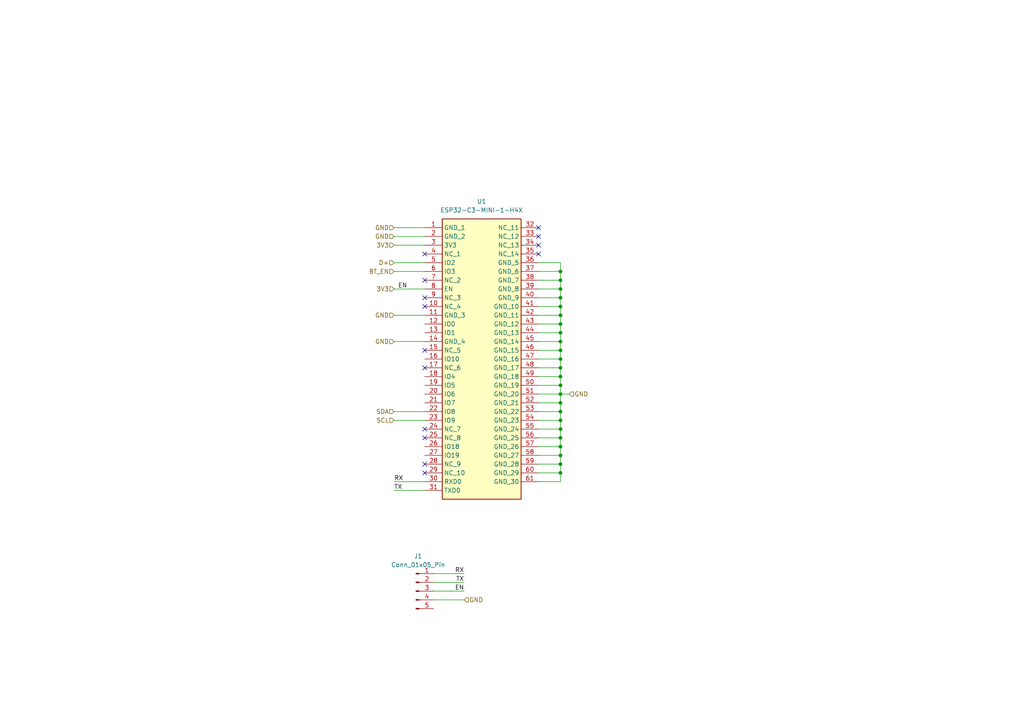
<source format=kicad_sch>
(kicad_sch (version 20250114) (generator "eeschema") (generator_version "9.0")
  (paper "A4")
  (lib_symbols
    (symbol "Connector:Conn_01x05_Pin" (pin_names (offset 1.016) (hide yes))
      (property "Reference" "J" (at 0 7.62 0))
      (property "Value" "Conn_01x05_Pin" (at 0 -7.62 0))
      (symbol "Conn_01x05_Pin_1_1"
        (rectangle (start 0.8636 5.207) (end 0 4.953) (stroke (width 0.1524)) (fill (type outline)))
        (rectangle (start 0.8636 2.667) (end 0 2.413) (stroke (width 0.1524)) (fill (type outline)))
        (rectangle (start 0.8636 0.127) (end 0 -0.127) (stroke (width 0.1524)) (fill (type outline)))
        (rectangle (start 0.8636 -2.413) (end 0 -2.667) (stroke (width 0.1524)) (fill (type outline)))
        (rectangle (start 0.8636 -4.953) (end 0 -5.207) (stroke (width 0.1524)) (fill (type outline)))
        (polyline (pts (xy 1.27 5.08) (xy 0.8636 5.08)) (stroke (width 0.1524)))
        (polyline (pts (xy 1.27 2.54) (xy 0.8636 2.54)) (stroke (width 0.1524)))
        (polyline (pts (xy 1.27 0) (xy 0.8636 0)) (stroke (width 0.1524)))
        (polyline (pts (xy 1.27 -2.54) (xy 0.8636 -2.54)) (stroke (width 0.1524)))
        (polyline (pts (xy 1.27 -5.08) (xy 0.8636 -5.08)) (stroke (width 0.1524)))
        (pin passive line (at 5.08 5.08 180) (length 3.81) (name "Pin_1") (number "1"))
        (pin passive line (at 5.08 2.54 180) (length 3.81) (name "Pin_2") (number "2"))
        (pin passive line (at 5.08 0 180) (length 3.81) (name "Pin_3") (number "3"))
        (pin passive line (at 5.08 -2.54 180) (length 3.81) (name "Pin_4") (number "4"))
        (pin passive line (at 5.08 -5.08 180) (length 3.81) (name "Pin_5") (number "5"))
      )
    )
    (symbol "symbols:ESP32-C3-MINI-1-H4X"
      (property "Reference" "U" (at 29.21 7.62 0))
      (property "Value" "ESP32-C3-MINI-1-H4X" (at 29.21 5.08 0))
      (symbol "ESP32-C3-MINI-1-H4X_1_1"
        (rectangle (start 5.08 2.54) (end 27.94 -78.74) (stroke (width 0.254)) (fill (type background)))
        (pin passive line (at 0 0 0) (length 5.08) (name "GND_1") (number "1"))
        (pin passive line (at 0 -2.54 0) (length 5.08) (name "GND_2") (number "2"))
        (pin passive line (at 0 -5.08 0) (length 5.08) (name "3V3") (number "3"))
        (pin passive line (at 0 -7.62 0) (length 5.08) (name "NC_1") (number "4"))
        (pin passive line (at 0 -10.16 0) (length 5.08) (name "IO2") (number "5"))
        (pin passive line (at 0 -12.7 0) (length 5.08) (name "IO3") (number "6"))
        (pin passive line (at 0 -15.24 0) (length 5.08) (name "NC_2") (number "7"))
        (pin passive line (at 0 -17.78 0) (length 5.08) (name "EN") (number "8"))
        (pin passive line (at 0 -20.32 0) (length 5.08) (name "NC_3") (number "9"))
        (pin passive line (at 0 -22.86 0) (length 5.08) (name "NC_4") (number "10"))
        (pin passive line (at 0 -25.4 0) (length 5.08) (name "GND_3") (number "11"))
        (pin passive line (at 0 -27.94 0) (length 5.08) (name "IO0") (number "12"))
        (pin passive line (at 0 -30.48 0) (length 5.08) (name "IO1") (number "13"))
        (pin passive line (at 0 -33.02 0) (length 5.08) (name "GND_4") (number "14"))
        (pin passive line (at 0 -35.56 0) (length 5.08) (name "NC_5") (number "15"))
        (pin passive line (at 0 -38.1 0) (length 5.08) (name "IO10") (number "16"))
        (pin passive line (at 0 -40.64 0) (length 5.08) (name "NC_6") (number "17"))
        (pin passive line (at 0 -43.18 0) (length 5.08) (name "IO4") (number "18"))
        (pin passive line (at 0 -45.72 0) (length 5.08) (name "IO5") (number "19"))
        (pin passive line (at 0 -48.26 0) (length 5.08) (name "IO6") (number "20"))
        (pin passive line (at 0 -50.8 0) (length 5.08) (name "IO7") (number "21"))
        (pin passive line (at 0 -53.34 0) (length 5.08) (name "IO8") (number "22"))
        (pin passive line (at 0 -55.88 0) (length 5.08) (name "IO9") (number "23"))
        (pin passive line (at 0 -58.42 0) (length 5.08) (name "NC_7") (number "24"))
        (pin passive line (at 0 -60.96 0) (length 5.08) (name "NC_8") (number "25"))
        (pin passive line (at 0 -63.5 0) (length 5.08) (name "IO18") (number "26"))
        (pin passive line (at 0 -66.04 0) (length 5.08) (name "IO19") (number "27"))
        (pin passive line (at 0 -68.58 0) (length 5.08) (name "NC_9") (number "28"))
        (pin passive line (at 0 -71.12 0) (length 5.08) (name "NC_10") (number "29"))
        (pin passive line (at 0 -73.66 0) (length 5.08) (name "RXD0") (number "30"))
        (pin passive line (at 0 -76.2 0) (length 5.08) (name "TXD0") (number "31"))
        (pin passive line (at 33.02 0 180) (length 5.08) (name "NC_11") (number "32"))
        (pin passive line (at 33.02 -2.54 180) (length 5.08) (name "NC_12") (number "33"))
        (pin passive line (at 33.02 -5.08 180) (length 5.08) (name "NC_13") (number "34"))
        (pin passive line (at 33.02 -7.62 180) (length 5.08) (name "NC_14") (number "35"))
        (pin passive line (at 33.02 -10.16 180) (length 5.08) (name "GND_5") (number "36"))
        (pin passive line (at 33.02 -12.7 180) (length 5.08) (name "GND_6") (number "37"))
        (pin passive line (at 33.02 -15.24 180) (length 5.08) (name "GND_7") (number "38"))
        (pin passive line (at 33.02 -17.78 180) (length 5.08) (name "GND_8") (number "39"))
        (pin passive line (at 33.02 -20.32 180) (length 5.08) (name "GND_9") (number "40"))
        (pin passive line (at 33.02 -22.86 180) (length 5.08) (name "GND_10") (number "41"))
        (pin passive line (at 33.02 -25.4 180) (length 5.08) (name "GND_11") (number "42"))
        (pin passive line (at 33.02 -27.94 180) (length 5.08) (name "GND_12") (number "43"))
        (pin passive line (at 33.02 -30.48 180) (length 5.08) (name "GND_13") (number "44"))
        (pin passive line (at 33.02 -33.02 180) (length 5.08) (name "GND_14") (number "45"))
        (pin passive line (at 33.02 -35.56 180) (length 5.08) (name "GND_15") (number "46"))
        (pin passive line (at 33.02 -38.1 180) (length 5.08) (name "GND_16") (number "47"))
        (pin passive line (at 33.02 -40.64 180) (length 5.08) (name "GND_17") (number "48"))
        (pin passive line (at 33.02 -43.18 180) (length 5.08) (name "GND_18") (number "49"))
        (pin passive line (at 33.02 -45.72 180) (length 5.08) (name "GND_19") (number "50"))
        (pin passive line (at 33.02 -48.26 180) (length 5.08) (name "GND_20") (number "51"))
        (pin passive line (at 33.02 -50.8 180) (length 5.08) (name "GND_21") (number "52"))
        (pin passive line (at 33.02 -53.34 180) (length 5.08) (name "GND_22") (number "53"))
        (pin passive line (at 33.02 -55.88 180) (length 5.08) (name "GND_23") (number "54"))
        (pin passive line (at 33.02 -58.42 180) (length 5.08) (name "GND_24") (number "55"))
        (pin passive line (at 33.02 -60.96 180) (length 5.08) (name "GND_25") (number "56"))
        (pin passive line (at 33.02 -63.5 180) (length 5.08) (name "GND_26") (number "57"))
        (pin passive line (at 33.02 -66.04 180) (length 5.08) (name "GND_27") (number "58"))
        (pin passive line (at 33.02 -68.58 180) (length 5.08) (name "GND_28") (number "59"))
        (pin passive line (at 33.02 -71.12 180) (length 5.08) (name "GND_29") (number "60"))
        (pin passive line (at 33.02 -73.66 180) (length 5.08) (name "GND_30") (number "61"))
      )
    )
  )
  (junction (at 162.56 78.74))
  (junction (at 162.56 93.98))
  (junction (at 162.56 86.36))
  (junction (at 162.56 99.06))
  (junction (at 162.56 127))
  (junction (at 162.56 124.46))
  (junction (at 162.56 91.44))
  (junction (at 162.56 101.6))
  (junction (at 162.56 137.16))
  (junction (at 162.56 81.28))
  (junction (at 162.56 121.92))
  (junction (at 162.56 116.84))
  (junction (at 162.56 104.14))
  (junction (at 162.56 96.52))
  (junction (at 162.56 111.76))
  (junction (at 162.56 119.38))
  (junction (at 162.56 129.54))
  (junction (at 162.56 134.62))
  (junction (at 162.56 109.22))
  (junction (at 162.56 83.82))
  (junction (at 162.56 132.08))
  (junction (at 162.56 114.3))
  (junction (at 162.56 106.68))
  (junction (at 162.56 88.9))
  (no_connect (at 123.19 106.68))
  (no_connect (at 123.19 134.62))
  (no_connect (at 156.21 68.58))
  (no_connect (at 123.19 88.9))
  (no_connect (at 123.19 73.66))
  (no_connect (at 123.19 81.28))
  (no_connect (at 156.21 71.12))
  (no_connect (at 123.19 124.46))
  (no_connect (at 156.21 66.04))
  (no_connect (at 123.19 127))
  (no_connect (at 123.19 86.36))
  (no_connect (at 123.19 137.16))
  (no_connect (at 156.21 73.66))
  (no_connect (at 123.19 101.6))
  (wire (pts (xy 162.56 106.68) (xy 162.56 109.22)))
  (wire (pts (xy 162.56 127) (xy 162.56 129.54)))
  (wire (pts (xy 114.3 83.82) (xy 123.19 83.82)))
  (wire (pts (xy 162.56 127) (xy 156.21 127)))
  (wire (pts (xy 162.56 88.9) (xy 156.21 88.9)))
  (wire (pts (xy 162.56 96.52) (xy 156.21 96.52)))
  (wire (pts (xy 114.3 142.24) (xy 123.19 142.24)))
  (wire (pts (xy 114.3 68.58) (xy 123.19 68.58)))
  (wire (pts (xy 162.56 76.2) (xy 162.56 78.74)))
  (wire (pts (xy 162.56 132.08) (xy 156.21 132.08)))
  (wire (pts (xy 162.56 124.46) (xy 162.56 121.92)))
  (wire (pts (xy 114.3 119.38) (xy 123.19 119.38)))
  (wire (pts (xy 125.73 171.45) (xy 134.62 171.45)))
  (wire (pts (xy 162.56 91.44) (xy 156.21 91.44)))
  (wire (pts (xy 162.56 111.76) (xy 162.56 114.3)))
  (wire (pts (xy 156.21 139.7) (xy 162.56 139.7)))
  (wire (pts (xy 156.21 81.28) (xy 162.56 81.28)))
  (wire (pts (xy 162.56 119.38) (xy 162.56 116.84)))
  (wire (pts (xy 162.56 137.16) (xy 156.21 137.16)))
  (wire (pts (xy 156.21 83.82) (xy 162.56 83.82)))
  (wire (pts (xy 162.56 99.06) (xy 156.21 99.06)))
  (wire (pts (xy 162.56 119.38) (xy 156.21 119.38)))
  (wire (pts (xy 114.3 99.06) (xy 123.19 99.06)))
  (wire (pts (xy 114.3 78.74) (xy 123.19 78.74)))
  (wire (pts (xy 156.21 78.74) (xy 162.56 78.74)))
  (wire (pts (xy 162.56 93.98) (xy 162.56 96.52)))
  (wire (pts (xy 162.56 134.62) (xy 162.56 132.08)))
  (wire (pts (xy 162.56 99.06) (xy 162.56 101.6)))
  (wire (pts (xy 156.21 86.36) (xy 162.56 86.36)))
  (wire (pts (xy 162.56 81.28) (xy 162.56 83.82)))
  (wire (pts (xy 162.56 124.46) (xy 162.56 127)))
  (wire (pts (xy 125.73 168.91) (xy 134.62 168.91)))
  (wire (pts (xy 114.3 91.44) (xy 123.19 91.44)))
  (wire (pts (xy 162.56 111.76) (xy 156.21 111.76)))
  (wire (pts (xy 162.56 129.54) (xy 156.21 129.54)))
  (wire (pts (xy 114.3 76.2) (xy 123.19 76.2)))
  (wire (pts (xy 162.56 124.46) (xy 156.21 124.46)))
  (wire (pts (xy 125.73 166.37) (xy 134.62 166.37)))
  (wire (pts (xy 162.56 104.14) (xy 162.56 106.68)))
  (wire (pts (xy 162.56 114.3) (xy 165.1 114.3)))
  (wire (pts (xy 162.56 101.6) (xy 156.21 101.6)))
  (wire (pts (xy 162.56 104.14) (xy 156.21 104.14)))
  (wire (pts (xy 162.56 88.9) (xy 162.56 91.44)))
  (wire (pts (xy 162.56 93.98) (xy 156.21 93.98)))
  (wire (pts (xy 162.56 78.74) (xy 162.56 81.28)))
  (wire (pts (xy 162.56 139.7) (xy 162.56 137.16)))
  (wire (pts (xy 162.56 114.3) (xy 156.21 114.3)))
  (wire (pts (xy 162.56 119.38) (xy 162.56 121.92)))
  (wire (pts (xy 114.3 139.7) (xy 123.19 139.7)))
  (wire (pts (xy 114.3 66.04) (xy 123.19 66.04)))
  (wire (pts (xy 162.56 116.84) (xy 156.21 116.84)))
  (wire (pts (xy 162.56 116.84) (xy 162.56 114.3)))
  (wire (pts (xy 162.56 134.62) (xy 162.56 137.16)))
  (wire (pts (xy 162.56 91.44) (xy 162.56 93.98)))
  (wire (pts (xy 156.21 76.2) (xy 162.56 76.2)))
  (wire (pts (xy 162.56 106.68) (xy 156.21 106.68)))
  (wire (pts (xy 162.56 86.36) (xy 162.56 88.9)))
  (wire (pts (xy 162.56 109.22) (xy 162.56 111.76)))
  (wire (pts (xy 114.3 71.12) (xy 123.19 71.12)))
  (wire (pts (xy 162.56 109.22) (xy 156.21 109.22)))
  (wire (pts (xy 162.56 134.62) (xy 156.21 134.62)))
  (wire (pts (xy 114.3 121.92) (xy 123.19 121.92)))
  (wire (pts (xy 162.56 83.82) (xy 162.56 86.36)))
  (wire (pts (xy 162.56 121.92) (xy 156.21 121.92)))
  (wire (pts (xy 125.73 173.99) (xy 134.62 173.99)))
  (wire (pts (xy 162.56 132.08) (xy 162.56 129.54)))
  (wire (pts (xy 162.56 96.52) (xy 162.56 99.06)))
  (wire (pts (xy 162.56 101.6) (xy 162.56 104.14)))
  (label "EN" (at 134.62 171.45 180))
  (label "RX" (at 134.62 166.37 180))
  (label "TX" (at 134.62 168.91 180))
  (label "TX" (at 114.3 142.24 0))
  (label "EN" (at 118.11 83.82 180))
  (label "RX" (at 114.3 139.7 0))
  (hierarchical_label "D+" (shape input) (at 114.3 76.2 180))
  (hierarchical_label "SDA" (shape input) (at 114.3 119.38 180))
  (hierarchical_label "3V3" (shape input) (at 114.3 83.82 180))
  (hierarchical_label "GND" (shape input) (at 134.62 173.99 0))
  (hierarchical_label "GND" (shape input) (at 165.1 114.3 0))
  (hierarchical_label "SCL" (shape input) (at 114.3 121.92 180))
  (hierarchical_label "3V3" (shape input) (at 114.3 71.12 180))
  (hierarchical_label "GND" (shape input) (at 114.3 66.04 180))
  (hierarchical_label "BT_EN" (shape input) (at 114.3 78.74 180))
  (hierarchical_label "GND" (shape input) (at 114.3 99.06 180))
  (hierarchical_label "GND" (shape input) (at 114.3 68.58 180))
  (hierarchical_label "GND" (shape input) (at 114.3 91.44 180))
  (symbol (lib_id "symbols:ESP32-C3-MINI-1-H4X") (at 123.19 66.04 0) (unit 1)
    (property "Reference" "U1" (at 139.7 58.42 0))
    (property "Value" "ESP32-C3-MINI-1-H4X" (at 139.7 60.96 0))
    (property "Footprint" "footprints:ESP32C3MINI1H4X" (effects (hide yes)))
    (property "Description" "Bluetooth, WiFi 802.11b/g/n, Bluetooth v5.0 Transceiver Module 2.412GHz ~ 2.484GHz PCB Trace Surface Mount" (effects (hide yes)))
    (property "Height" "2.55" (effects (hide yes)))
    (property "Mouser Part Number" "356-ESP32C3MINI1H4X" (effects (hide yes)))
    (property "Mouser Price/Stock" "https://www.mouser.co.uk/ProductDetail/Espressif-Systems/ESP32-C3-MINI-1-H4X?qs=olJun0bQHM%252Bm8wbucOd%2FlA%3D%3D" (effects (hide yes)))
    (property "Manufacturer_Name" "Espressif Systems" (effects (hide yes)))
    (property "Manufacturer_Part_Number" "ESP32-C3-MINI-1-H4X" (effects (hide yes)))
  )
  (symbol (lib_id "Connector:Conn_01x05_Pin") (at 120.65 171.45 0) (unit 1)
    (property "Reference" "J1" (at 121.285 161.29 0))
    (property "Value" "Conn_01x05_Pin" (at 121.285 163.83 0))
    (property "Footprint" "Connector_PinHeader_2.54mm:PinHeader_1x05_P2.54mm_Vertical" (effects (hide yes)))
    (property "Description" "Generic connector, single row, 01x05, script generated" (effects (hide yes)))
  )
)
</source>
